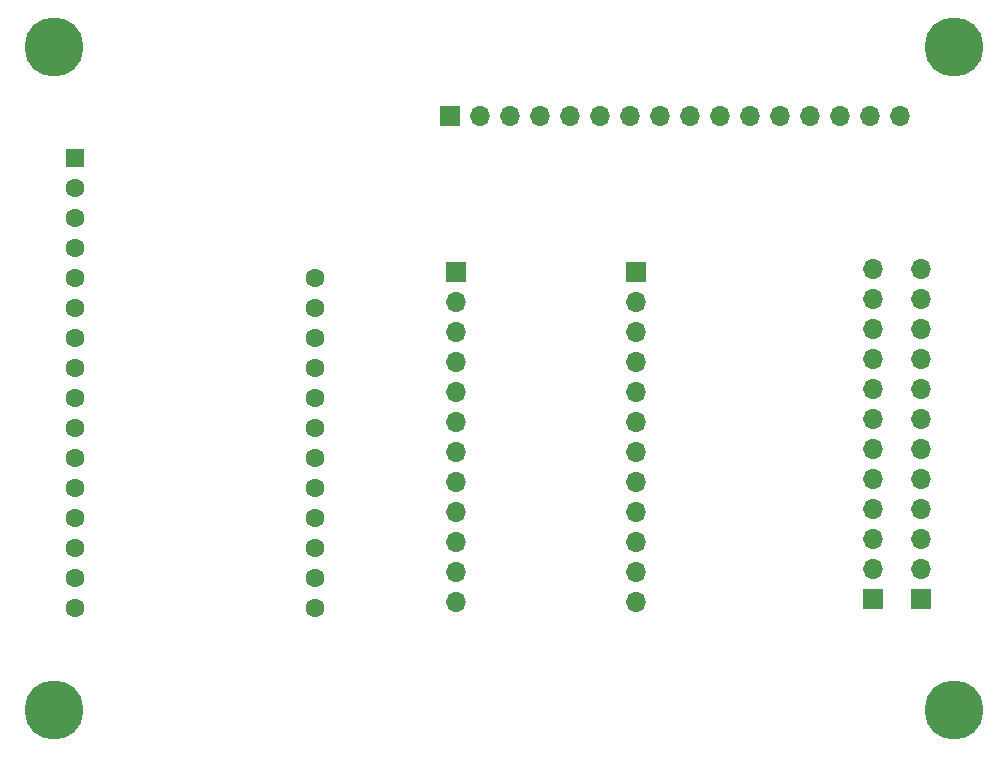
<source format=gbr>
%TF.GenerationSoftware,KiCad,Pcbnew,(6.0.7)*%
%TF.CreationDate,2022-12-05T09:46:50-06:00*%
%TF.ProjectId,Main PCB,4d61696e-2050-4434-922e-6b696361645f,rev?*%
%TF.SameCoordinates,Original*%
%TF.FileFunction,Soldermask,Bot*%
%TF.FilePolarity,Negative*%
%FSLAX46Y46*%
G04 Gerber Fmt 4.6, Leading zero omitted, Abs format (unit mm)*
G04 Created by KiCad (PCBNEW (6.0.7)) date 2022-12-05 09:46:50*
%MOMM*%
%LPD*%
G01*
G04 APERTURE LIST*
%ADD10C,5.000000*%
%ADD11R,1.700000X1.700000*%
%ADD12O,1.700000X1.700000*%
%ADD13C,1.600000*%
%ADD14R,1.600000X1.600000*%
G04 APERTURE END LIST*
D10*
%TO.C,H1*%
X17780000Y-22606000D03*
%TD*%
%TO.C,H3*%
X17780000Y-78740000D03*
%TD*%
%TO.C,H4*%
X93980000Y-78740000D03*
%TD*%
%TO.C,H2*%
X93980000Y-22606000D03*
%TD*%
D11*
%TO.C,Vin*%
X87122000Y-69342000D03*
D12*
X87122000Y-66802000D03*
X87122000Y-64262000D03*
X87122000Y-61722000D03*
X87122000Y-59182000D03*
X87122000Y-56642000D03*
X87122000Y-54102000D03*
X87122000Y-51562000D03*
X87122000Y-49022000D03*
X87122000Y-46482000D03*
X87122000Y-43942000D03*
X87122000Y-41402000D03*
%TD*%
D11*
%TO.C,GND*%
X91186000Y-69342000D03*
D12*
X91186000Y-66802000D03*
X91186000Y-64262000D03*
X91186000Y-61722000D03*
X91186000Y-59182000D03*
X91186000Y-56642000D03*
X91186000Y-54102000D03*
X91186000Y-51562000D03*
X91186000Y-49022000D03*
X91186000Y-46482000D03*
X91186000Y-43942000D03*
X91186000Y-41402000D03*
%TD*%
D11*
%TO.C,I2C*%
X51308000Y-28448000D03*
D12*
X53848000Y-28448000D03*
X56388000Y-28448000D03*
X58928000Y-28448000D03*
X61468000Y-28448000D03*
X64008000Y-28448000D03*
X66548000Y-28448000D03*
X69088000Y-28448000D03*
X71628000Y-28448000D03*
X74168000Y-28448000D03*
X76708000Y-28448000D03*
X79248000Y-28448000D03*
X81788000Y-28448000D03*
X84328000Y-28448000D03*
X86868000Y-28448000D03*
X89408000Y-28448000D03*
%TD*%
D11*
%TO.C,L*%
X67056000Y-41656000D03*
D12*
X67056000Y-44196000D03*
X67056000Y-46736000D03*
X67056000Y-49276000D03*
X67056000Y-51816000D03*
X67056000Y-54356000D03*
X67056000Y-56896000D03*
X67056000Y-59436000D03*
X67056000Y-61976000D03*
X67056000Y-64516000D03*
X67056000Y-67056000D03*
X67056000Y-69596000D03*
%TD*%
D11*
%TO.C,R*%
X51816000Y-41656000D03*
D12*
X51816000Y-44196000D03*
X51816000Y-46736000D03*
X51816000Y-49276000D03*
X51816000Y-51816000D03*
X51816000Y-54356000D03*
X51816000Y-56896000D03*
X51816000Y-59436000D03*
X51816000Y-61976000D03*
X51816000Y-64516000D03*
X51816000Y-67056000D03*
X51816000Y-69596000D03*
%TD*%
D13*
%TO.C,M0*%
X39878000Y-42164000D03*
X39878000Y-44704000D03*
X39878000Y-47244000D03*
X39878000Y-49784000D03*
X39878000Y-52324000D03*
X39878000Y-54864000D03*
X39878000Y-57404000D03*
X39878000Y-59944000D03*
X39878000Y-62484000D03*
X39878000Y-65024000D03*
X39878000Y-67564000D03*
X39878000Y-70104000D03*
X19558000Y-70104000D03*
X19558000Y-67564000D03*
X19558000Y-65024000D03*
X19558000Y-62484000D03*
X19558000Y-59944000D03*
X19558000Y-57404000D03*
X19558000Y-54864000D03*
X19558000Y-52324000D03*
X19558000Y-49784000D03*
X19558000Y-47244000D03*
X19558000Y-44704000D03*
X19558000Y-42164000D03*
X19558000Y-39624000D03*
X19558000Y-37084000D03*
X19558000Y-34544000D03*
D14*
X19558000Y-32004000D03*
%TD*%
M02*

</source>
